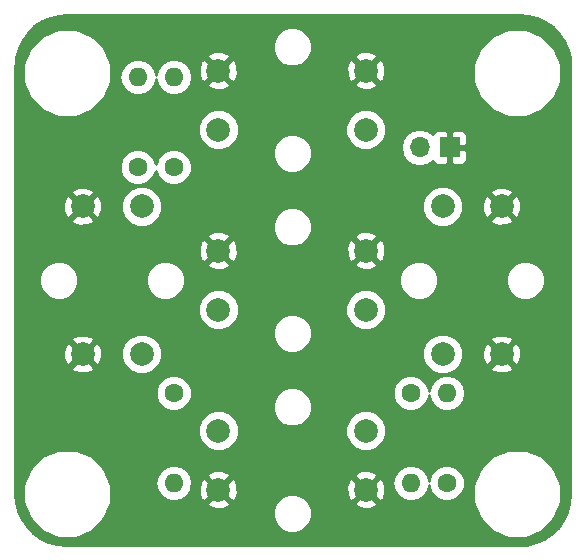
<source format=gbr>
G04 #@! TF.GenerationSoftware,KiCad,Pcbnew,(5.0.0-3-g5ebb6b6)*
G04 #@! TF.CreationDate,2018-08-14T19:07:29+02:00*
G04 #@! TF.ProjectId,TecladoEB,5465636C61646F45422E6B696361645F,rev?*
G04 #@! TF.SameCoordinates,Original*
G04 #@! TF.FileFunction,Copper,L1,Top,Signal*
G04 #@! TF.FilePolarity,Positive*
%FSLAX46Y46*%
G04 Gerber Fmt 4.6, Leading zero omitted, Abs format (unit mm)*
G04 Created by KiCad (PCBNEW (5.0.0-3-g5ebb6b6)) date Tuesday, 14 August 2018 at 19:07:29*
%MOMM*%
%LPD*%
G01*
G04 APERTURE LIST*
G04 #@! TA.AperFunction,ComponentPad*
%ADD10C,2.000000*%
G04 #@! TD*
G04 #@! TA.AperFunction,ComponentPad*
%ADD11C,1.600000*%
G04 #@! TD*
G04 #@! TA.AperFunction,ComponentPad*
%ADD12O,1.600000X1.600000*%
G04 #@! TD*
G04 #@! TA.AperFunction,ComponentPad*
%ADD13R,1.700000X1.700000*%
G04 #@! TD*
G04 #@! TA.AperFunction,ComponentPad*
%ADD14O,1.700000X1.700000*%
G04 #@! TD*
G04 #@! TA.AperFunction,Conductor*
%ADD15C,0.254000*%
G04 #@! TD*
G04 APERTURE END LIST*
D10*
G04 #@! TO.P,S1,4*
G04 #@! TO.N,GND*
X117880000Y-105410000D03*
G04 #@! TO.P,S1,3*
X130380000Y-105410000D03*
G04 #@! TO.P,S1,2*
G04 #@! TO.N,Net-(R1-Pad1)*
X117880000Y-110410000D03*
G04 #@! TO.P,S1,1*
X130380000Y-110410000D03*
G04 #@! TD*
G04 #@! TO.P,S2,4*
G04 #@! TO.N,GND*
X106390000Y-129400000D03*
G04 #@! TO.P,S2,3*
X106390000Y-116900000D03*
G04 #@! TO.P,S2,2*
G04 #@! TO.N,Net-(R2-Pad1)*
X111390000Y-129400000D03*
G04 #@! TO.P,S2,1*
X111390000Y-116900000D03*
G04 #@! TD*
G04 #@! TO.P,S3,4*
G04 #@! TO.N,GND*
X130380000Y-140890000D03*
G04 #@! TO.P,S3,3*
X117880000Y-140890000D03*
G04 #@! TO.P,S3,2*
G04 #@! TO.N,Net-(R3-Pad1)*
X130380000Y-135890000D03*
G04 #@! TO.P,S3,1*
X117880000Y-135890000D03*
G04 #@! TD*
G04 #@! TO.P,S4,4*
G04 #@! TO.N,GND*
X141870000Y-116900000D03*
G04 #@! TO.P,S4,3*
X141870000Y-129400000D03*
G04 #@! TO.P,S4,2*
G04 #@! TO.N,Net-(R4-Pad1)*
X136870000Y-116900000D03*
G04 #@! TO.P,S4,1*
X136870000Y-129400000D03*
G04 #@! TD*
G04 #@! TO.P,S5,4*
G04 #@! TO.N,GND*
X117880000Y-120650000D03*
G04 #@! TO.P,S5,3*
X130380000Y-120650000D03*
G04 #@! TO.P,S5,2*
G04 #@! TO.N,Net-(R5-Pad1)*
X117880000Y-125650000D03*
G04 #@! TO.P,S5,1*
X130380000Y-125650000D03*
G04 #@! TD*
D11*
G04 #@! TO.P,R1,1*
G04 #@! TO.N,Net-(R1-Pad1)*
X114097000Y-113589000D03*
D12*
G04 #@! TO.P,R1,2*
G04 #@! TO.N,Net-(J1-Pad2)*
X114097000Y-105969000D03*
G04 #@! TD*
D11*
G04 #@! TO.P,R2,1*
G04 #@! TO.N,Net-(R2-Pad1)*
X111049000Y-113589000D03*
D12*
G04 #@! TO.P,R2,2*
G04 #@! TO.N,Net-(R1-Pad1)*
X111049000Y-105969000D03*
G04 #@! TD*
G04 #@! TO.P,R3,2*
G04 #@! TO.N,Net-(R2-Pad1)*
X114097000Y-140331000D03*
D11*
G04 #@! TO.P,R3,1*
G04 #@! TO.N,Net-(R3-Pad1)*
X114097000Y-132711000D03*
G04 #@! TD*
G04 #@! TO.P,R4,1*
G04 #@! TO.N,Net-(R4-Pad1)*
X137211000Y-140331000D03*
D12*
G04 #@! TO.P,R4,2*
G04 #@! TO.N,Net-(R3-Pad1)*
X137211000Y-132711000D03*
G04 #@! TD*
G04 #@! TO.P,R5,2*
G04 #@! TO.N,Net-(R4-Pad1)*
X134163000Y-140331000D03*
D11*
G04 #@! TO.P,R5,1*
G04 #@! TO.N,Net-(R5-Pad1)*
X134163000Y-132711000D03*
G04 #@! TD*
D13*
G04 #@! TO.P,J1,1*
G04 #@! TO.N,GND*
X137465000Y-111908400D03*
D14*
G04 #@! TO.P,J1,2*
G04 #@! TO.N,Net-(J1-Pad2)*
X134925000Y-111908400D03*
G04 #@! TD*
D15*
G04 #@! TO.N,GND*
G36*
X144146192Y-100780578D02*
X144881389Y-100981705D01*
X145569351Y-101309846D01*
X146188331Y-101754628D01*
X146718761Y-102301988D01*
X147143884Y-102934639D01*
X147450251Y-103632561D01*
X147629499Y-104379183D01*
X147677000Y-105026030D01*
X147677001Y-141264570D01*
X147606362Y-142056066D01*
X147405056Y-142791919D01*
X147076626Y-143480485D01*
X146631451Y-144100011D01*
X146083600Y-144630916D01*
X145450393Y-145056413D01*
X144751849Y-145363053D01*
X144004574Y-145542458D01*
X143357169Y-145590000D01*
X105010018Y-145590000D01*
X104222930Y-145519754D01*
X103491337Y-145319613D01*
X102806743Y-144993079D01*
X102190805Y-144550482D01*
X101662970Y-144005801D01*
X101239934Y-143376256D01*
X100935068Y-142681752D01*
X100756693Y-141938766D01*
X100710000Y-141302925D01*
X100710000Y-140478654D01*
X101353000Y-140478654D01*
X101353000Y-141961346D01*
X101920402Y-143331176D01*
X102968824Y-144379598D01*
X104338654Y-144947000D01*
X105821346Y-144947000D01*
X107191176Y-144379598D01*
X108239598Y-143331176D01*
X108558450Y-142561397D01*
X122478000Y-142561397D01*
X122478000Y-143218603D01*
X122729502Y-143825783D01*
X123194217Y-144290498D01*
X123801397Y-144542000D01*
X124458603Y-144542000D01*
X125065783Y-144290498D01*
X125530498Y-143825783D01*
X125782000Y-143218603D01*
X125782000Y-142561397D01*
X125567080Y-142042532D01*
X129407073Y-142042532D01*
X129505736Y-142309387D01*
X130115461Y-142535908D01*
X130765460Y-142511856D01*
X131254264Y-142309387D01*
X131352927Y-142042532D01*
X130380000Y-141069605D01*
X129407073Y-142042532D01*
X125567080Y-142042532D01*
X125530498Y-141954217D01*
X125065783Y-141489502D01*
X124458603Y-141238000D01*
X123801397Y-141238000D01*
X123194217Y-141489502D01*
X122729502Y-141954217D01*
X122478000Y-142561397D01*
X108558450Y-142561397D01*
X108773371Y-142042532D01*
X116907073Y-142042532D01*
X117005736Y-142309387D01*
X117615461Y-142535908D01*
X118265460Y-142511856D01*
X118754264Y-142309387D01*
X118852927Y-142042532D01*
X117880000Y-141069605D01*
X116907073Y-142042532D01*
X108773371Y-142042532D01*
X108807000Y-141961346D01*
X108807000Y-140478654D01*
X108745840Y-140331000D01*
X112540085Y-140331000D01*
X112658598Y-140926806D01*
X112996095Y-141431905D01*
X113501194Y-141769402D01*
X113946607Y-141858000D01*
X114247393Y-141858000D01*
X114692806Y-141769402D01*
X115197905Y-141431905D01*
X115535402Y-140926806D01*
X115595343Y-140625461D01*
X116234092Y-140625461D01*
X116258144Y-141275460D01*
X116460613Y-141764264D01*
X116727468Y-141862927D01*
X117700395Y-140890000D01*
X118059605Y-140890000D01*
X119032532Y-141862927D01*
X119299387Y-141764264D01*
X119525908Y-141154539D01*
X119506331Y-140625461D01*
X128734092Y-140625461D01*
X128758144Y-141275460D01*
X128960613Y-141764264D01*
X129227468Y-141862927D01*
X130200395Y-140890000D01*
X130559605Y-140890000D01*
X131532532Y-141862927D01*
X131799387Y-141764264D01*
X132025908Y-141154539D01*
X132001856Y-140504540D01*
X131929974Y-140331000D01*
X132606085Y-140331000D01*
X132724598Y-140926806D01*
X133062095Y-141431905D01*
X133567194Y-141769402D01*
X134012607Y-141858000D01*
X134313393Y-141858000D01*
X134758806Y-141769402D01*
X135263905Y-141431905D01*
X135601402Y-140926806D01*
X135684000Y-140511557D01*
X135684000Y-140634739D01*
X135916472Y-141195976D01*
X136346024Y-141625528D01*
X136907261Y-141858000D01*
X137514739Y-141858000D01*
X138075976Y-141625528D01*
X138505528Y-141195976D01*
X138738000Y-140634739D01*
X138738000Y-140478654D01*
X139453000Y-140478654D01*
X139453000Y-141961346D01*
X140020402Y-143331176D01*
X141068824Y-144379598D01*
X142438654Y-144947000D01*
X143921346Y-144947000D01*
X145291176Y-144379598D01*
X146339598Y-143331176D01*
X146907000Y-141961346D01*
X146907000Y-140478654D01*
X146339598Y-139108824D01*
X145291176Y-138060402D01*
X143921346Y-137493000D01*
X142438654Y-137493000D01*
X141068824Y-138060402D01*
X140020402Y-139108824D01*
X139453000Y-140478654D01*
X138738000Y-140478654D01*
X138738000Y-140027261D01*
X138505528Y-139466024D01*
X138075976Y-139036472D01*
X137514739Y-138804000D01*
X136907261Y-138804000D01*
X136346024Y-139036472D01*
X135916472Y-139466024D01*
X135684000Y-140027261D01*
X135684000Y-140150443D01*
X135601402Y-139735194D01*
X135263905Y-139230095D01*
X134758806Y-138892598D01*
X134313393Y-138804000D01*
X134012607Y-138804000D01*
X133567194Y-138892598D01*
X133062095Y-139230095D01*
X132724598Y-139735194D01*
X132606085Y-140331000D01*
X131929974Y-140331000D01*
X131799387Y-140015736D01*
X131532532Y-139917073D01*
X130559605Y-140890000D01*
X130200395Y-140890000D01*
X129227468Y-139917073D01*
X128960613Y-140015736D01*
X128734092Y-140625461D01*
X119506331Y-140625461D01*
X119501856Y-140504540D01*
X119299387Y-140015736D01*
X119032532Y-139917073D01*
X118059605Y-140890000D01*
X117700395Y-140890000D01*
X116727468Y-139917073D01*
X116460613Y-140015736D01*
X116234092Y-140625461D01*
X115595343Y-140625461D01*
X115653915Y-140331000D01*
X115535855Y-139737468D01*
X116907073Y-139737468D01*
X117880000Y-140710395D01*
X118852927Y-139737468D01*
X129407073Y-139737468D01*
X130380000Y-140710395D01*
X131352927Y-139737468D01*
X131254264Y-139470613D01*
X130644539Y-139244092D01*
X129994540Y-139268144D01*
X129505736Y-139470613D01*
X129407073Y-139737468D01*
X118852927Y-139737468D01*
X118754264Y-139470613D01*
X118144539Y-139244092D01*
X117494540Y-139268144D01*
X117005736Y-139470613D01*
X116907073Y-139737468D01*
X115535855Y-139737468D01*
X115535402Y-139735194D01*
X115197905Y-139230095D01*
X114692806Y-138892598D01*
X114247393Y-138804000D01*
X113946607Y-138804000D01*
X113501194Y-138892598D01*
X112996095Y-139230095D01*
X112658598Y-139735194D01*
X112540085Y-140331000D01*
X108745840Y-140331000D01*
X108239598Y-139108824D01*
X107191176Y-138060402D01*
X105821346Y-137493000D01*
X104338654Y-137493000D01*
X102968824Y-138060402D01*
X101920402Y-139108824D01*
X101353000Y-140478654D01*
X100710000Y-140478654D01*
X100710000Y-135546478D01*
X116153000Y-135546478D01*
X116153000Y-136233522D01*
X116415920Y-136868267D01*
X116901733Y-137354080D01*
X117536478Y-137617000D01*
X118223522Y-137617000D01*
X118858267Y-137354080D01*
X119344080Y-136868267D01*
X119607000Y-136233522D01*
X119607000Y-135546478D01*
X128653000Y-135546478D01*
X128653000Y-136233522D01*
X128915920Y-136868267D01*
X129401733Y-137354080D01*
X130036478Y-137617000D01*
X130723522Y-137617000D01*
X131358267Y-137354080D01*
X131844080Y-136868267D01*
X132107000Y-136233522D01*
X132107000Y-135546478D01*
X131844080Y-134911733D01*
X131358267Y-134425920D01*
X130723522Y-134163000D01*
X130036478Y-134163000D01*
X129401733Y-134425920D01*
X128915920Y-134911733D01*
X128653000Y-135546478D01*
X119607000Y-135546478D01*
X119344080Y-134911733D01*
X118858267Y-134425920D01*
X118223522Y-134163000D01*
X117536478Y-134163000D01*
X116901733Y-134425920D01*
X116415920Y-134911733D01*
X116153000Y-135546478D01*
X100710000Y-135546478D01*
X100710000Y-132407261D01*
X112570000Y-132407261D01*
X112570000Y-133014739D01*
X112802472Y-133575976D01*
X113232024Y-134005528D01*
X113793261Y-134238000D01*
X114400739Y-134238000D01*
X114961976Y-134005528D01*
X115391528Y-133575976D01*
X115397566Y-133561397D01*
X122478000Y-133561397D01*
X122478000Y-134218603D01*
X122729502Y-134825783D01*
X123194217Y-135290498D01*
X123801397Y-135542000D01*
X124458603Y-135542000D01*
X125065783Y-135290498D01*
X125530498Y-134825783D01*
X125782000Y-134218603D01*
X125782000Y-133561397D01*
X125530498Y-132954217D01*
X125065783Y-132489502D01*
X124867236Y-132407261D01*
X132636000Y-132407261D01*
X132636000Y-133014739D01*
X132868472Y-133575976D01*
X133298024Y-134005528D01*
X133859261Y-134238000D01*
X134466739Y-134238000D01*
X135027976Y-134005528D01*
X135457528Y-133575976D01*
X135690000Y-133014739D01*
X135690000Y-132891557D01*
X135772598Y-133306806D01*
X136110095Y-133811905D01*
X136615194Y-134149402D01*
X137060607Y-134238000D01*
X137361393Y-134238000D01*
X137806806Y-134149402D01*
X138311905Y-133811905D01*
X138649402Y-133306806D01*
X138767915Y-132711000D01*
X138649402Y-132115194D01*
X138311905Y-131610095D01*
X137806806Y-131272598D01*
X137361393Y-131184000D01*
X137060607Y-131184000D01*
X136615194Y-131272598D01*
X136110095Y-131610095D01*
X135772598Y-132115194D01*
X135690000Y-132530443D01*
X135690000Y-132407261D01*
X135457528Y-131846024D01*
X135027976Y-131416472D01*
X134466739Y-131184000D01*
X133859261Y-131184000D01*
X133298024Y-131416472D01*
X132868472Y-131846024D01*
X132636000Y-132407261D01*
X124867236Y-132407261D01*
X124458603Y-132238000D01*
X123801397Y-132238000D01*
X123194217Y-132489502D01*
X122729502Y-132954217D01*
X122478000Y-133561397D01*
X115397566Y-133561397D01*
X115624000Y-133014739D01*
X115624000Y-132407261D01*
X115391528Y-131846024D01*
X114961976Y-131416472D01*
X114400739Y-131184000D01*
X113793261Y-131184000D01*
X113232024Y-131416472D01*
X112802472Y-131846024D01*
X112570000Y-132407261D01*
X100710000Y-132407261D01*
X100710000Y-130552532D01*
X105417073Y-130552532D01*
X105515736Y-130819387D01*
X106125461Y-131045908D01*
X106775460Y-131021856D01*
X107264264Y-130819387D01*
X107362927Y-130552532D01*
X106390000Y-129579605D01*
X105417073Y-130552532D01*
X100710000Y-130552532D01*
X100710000Y-129135461D01*
X104744092Y-129135461D01*
X104768144Y-129785460D01*
X104970613Y-130274264D01*
X105237468Y-130372927D01*
X106210395Y-129400000D01*
X106569605Y-129400000D01*
X107542532Y-130372927D01*
X107809387Y-130274264D01*
X108035908Y-129664539D01*
X108013408Y-129056478D01*
X109663000Y-129056478D01*
X109663000Y-129743522D01*
X109925920Y-130378267D01*
X110411733Y-130864080D01*
X111046478Y-131127000D01*
X111733522Y-131127000D01*
X112368267Y-130864080D01*
X112854080Y-130378267D01*
X113117000Y-129743522D01*
X113117000Y-129056478D01*
X112854080Y-128421733D01*
X112368267Y-127935920D01*
X111733522Y-127673000D01*
X111046478Y-127673000D01*
X110411733Y-127935920D01*
X109925920Y-128421733D01*
X109663000Y-129056478D01*
X108013408Y-129056478D01*
X108011856Y-129014540D01*
X107809387Y-128525736D01*
X107542532Y-128427073D01*
X106569605Y-129400000D01*
X106210395Y-129400000D01*
X105237468Y-128427073D01*
X104970613Y-128525736D01*
X104744092Y-129135461D01*
X100710000Y-129135461D01*
X100710000Y-128247468D01*
X105417073Y-128247468D01*
X106390000Y-129220395D01*
X107362927Y-128247468D01*
X107264264Y-127980613D01*
X106654539Y-127754092D01*
X106004540Y-127778144D01*
X105515736Y-127980613D01*
X105417073Y-128247468D01*
X100710000Y-128247468D01*
X100710000Y-125306478D01*
X116153000Y-125306478D01*
X116153000Y-125993522D01*
X116415920Y-126628267D01*
X116901733Y-127114080D01*
X117536478Y-127377000D01*
X118223522Y-127377000D01*
X118357759Y-127321397D01*
X122478000Y-127321397D01*
X122478000Y-127978603D01*
X122729502Y-128585783D01*
X123194217Y-129050498D01*
X123801397Y-129302000D01*
X124458603Y-129302000D01*
X125051345Y-129056478D01*
X135143000Y-129056478D01*
X135143000Y-129743522D01*
X135405920Y-130378267D01*
X135891733Y-130864080D01*
X136526478Y-131127000D01*
X137213522Y-131127000D01*
X137848267Y-130864080D01*
X138159815Y-130552532D01*
X140897073Y-130552532D01*
X140995736Y-130819387D01*
X141605461Y-131045908D01*
X142255460Y-131021856D01*
X142744264Y-130819387D01*
X142842927Y-130552532D01*
X141870000Y-129579605D01*
X140897073Y-130552532D01*
X138159815Y-130552532D01*
X138334080Y-130378267D01*
X138597000Y-129743522D01*
X138597000Y-129135461D01*
X140224092Y-129135461D01*
X140248144Y-129785460D01*
X140450613Y-130274264D01*
X140717468Y-130372927D01*
X141690395Y-129400000D01*
X142049605Y-129400000D01*
X143022532Y-130372927D01*
X143289387Y-130274264D01*
X143515908Y-129664539D01*
X143491856Y-129014540D01*
X143289387Y-128525736D01*
X143022532Y-128427073D01*
X142049605Y-129400000D01*
X141690395Y-129400000D01*
X140717468Y-128427073D01*
X140450613Y-128525736D01*
X140224092Y-129135461D01*
X138597000Y-129135461D01*
X138597000Y-129056478D01*
X138334080Y-128421733D01*
X138159815Y-128247468D01*
X140897073Y-128247468D01*
X141870000Y-129220395D01*
X142842927Y-128247468D01*
X142744264Y-127980613D01*
X142134539Y-127754092D01*
X141484540Y-127778144D01*
X140995736Y-127980613D01*
X140897073Y-128247468D01*
X138159815Y-128247468D01*
X137848267Y-127935920D01*
X137213522Y-127673000D01*
X136526478Y-127673000D01*
X135891733Y-127935920D01*
X135405920Y-128421733D01*
X135143000Y-129056478D01*
X125051345Y-129056478D01*
X125065783Y-129050498D01*
X125530498Y-128585783D01*
X125782000Y-127978603D01*
X125782000Y-127321397D01*
X125530498Y-126714217D01*
X125065783Y-126249502D01*
X124458603Y-125998000D01*
X123801397Y-125998000D01*
X123194217Y-126249502D01*
X122729502Y-126714217D01*
X122478000Y-127321397D01*
X118357759Y-127321397D01*
X118858267Y-127114080D01*
X119344080Y-126628267D01*
X119607000Y-125993522D01*
X119607000Y-125306478D01*
X128653000Y-125306478D01*
X128653000Y-125993522D01*
X128915920Y-126628267D01*
X129401733Y-127114080D01*
X130036478Y-127377000D01*
X130723522Y-127377000D01*
X131358267Y-127114080D01*
X131844080Y-126628267D01*
X132107000Y-125993522D01*
X132107000Y-125306478D01*
X131844080Y-124671733D01*
X131358267Y-124185920D01*
X130723522Y-123923000D01*
X130036478Y-123923000D01*
X129401733Y-124185920D01*
X128915920Y-124671733D01*
X128653000Y-125306478D01*
X119607000Y-125306478D01*
X119344080Y-124671733D01*
X118858267Y-124185920D01*
X118223522Y-123923000D01*
X117536478Y-123923000D01*
X116901733Y-124185920D01*
X116415920Y-124671733D01*
X116153000Y-125306478D01*
X100710000Y-125306478D01*
X100710000Y-122821397D01*
X102738000Y-122821397D01*
X102738000Y-123478603D01*
X102989502Y-124085783D01*
X103454217Y-124550498D01*
X104061397Y-124802000D01*
X104718603Y-124802000D01*
X105325783Y-124550498D01*
X105790498Y-124085783D01*
X106042000Y-123478603D01*
X106042000Y-122821397D01*
X111738000Y-122821397D01*
X111738000Y-123478603D01*
X111989502Y-124085783D01*
X112454217Y-124550498D01*
X113061397Y-124802000D01*
X113718603Y-124802000D01*
X114325783Y-124550498D01*
X114790498Y-124085783D01*
X115042000Y-123478603D01*
X115042000Y-122821397D01*
X133218000Y-122821397D01*
X133218000Y-123478603D01*
X133469502Y-124085783D01*
X133934217Y-124550498D01*
X134541397Y-124802000D01*
X135198603Y-124802000D01*
X135805783Y-124550498D01*
X136270498Y-124085783D01*
X136522000Y-123478603D01*
X136522000Y-122821397D01*
X142218000Y-122821397D01*
X142218000Y-123478603D01*
X142469502Y-124085783D01*
X142934217Y-124550498D01*
X143541397Y-124802000D01*
X144198603Y-124802000D01*
X144805783Y-124550498D01*
X145270498Y-124085783D01*
X145522000Y-123478603D01*
X145522000Y-122821397D01*
X145270498Y-122214217D01*
X144805783Y-121749502D01*
X144198603Y-121498000D01*
X143541397Y-121498000D01*
X142934217Y-121749502D01*
X142469502Y-122214217D01*
X142218000Y-122821397D01*
X136522000Y-122821397D01*
X136270498Y-122214217D01*
X135805783Y-121749502D01*
X135198603Y-121498000D01*
X134541397Y-121498000D01*
X133934217Y-121749502D01*
X133469502Y-122214217D01*
X133218000Y-122821397D01*
X115042000Y-122821397D01*
X114790498Y-122214217D01*
X114378813Y-121802532D01*
X116907073Y-121802532D01*
X117005736Y-122069387D01*
X117615461Y-122295908D01*
X118265460Y-122271856D01*
X118754264Y-122069387D01*
X118852927Y-121802532D01*
X129407073Y-121802532D01*
X129505736Y-122069387D01*
X130115461Y-122295908D01*
X130765460Y-122271856D01*
X131254264Y-122069387D01*
X131352927Y-121802532D01*
X130380000Y-120829605D01*
X129407073Y-121802532D01*
X118852927Y-121802532D01*
X117880000Y-120829605D01*
X116907073Y-121802532D01*
X114378813Y-121802532D01*
X114325783Y-121749502D01*
X113718603Y-121498000D01*
X113061397Y-121498000D01*
X112454217Y-121749502D01*
X111989502Y-122214217D01*
X111738000Y-122821397D01*
X106042000Y-122821397D01*
X105790498Y-122214217D01*
X105325783Y-121749502D01*
X104718603Y-121498000D01*
X104061397Y-121498000D01*
X103454217Y-121749502D01*
X102989502Y-122214217D01*
X102738000Y-122821397D01*
X100710000Y-122821397D01*
X100710000Y-120385461D01*
X116234092Y-120385461D01*
X116258144Y-121035460D01*
X116460613Y-121524264D01*
X116727468Y-121622927D01*
X117700395Y-120650000D01*
X118059605Y-120650000D01*
X119032532Y-121622927D01*
X119299387Y-121524264D01*
X119525908Y-120914539D01*
X119506331Y-120385461D01*
X128734092Y-120385461D01*
X128758144Y-121035460D01*
X128960613Y-121524264D01*
X129227468Y-121622927D01*
X130200395Y-120650000D01*
X130559605Y-120650000D01*
X131532532Y-121622927D01*
X131799387Y-121524264D01*
X132025908Y-120914539D01*
X132001856Y-120264540D01*
X131799387Y-119775736D01*
X131532532Y-119677073D01*
X130559605Y-120650000D01*
X130200395Y-120650000D01*
X129227468Y-119677073D01*
X128960613Y-119775736D01*
X128734092Y-120385461D01*
X119506331Y-120385461D01*
X119501856Y-120264540D01*
X119299387Y-119775736D01*
X119032532Y-119677073D01*
X118059605Y-120650000D01*
X117700395Y-120650000D01*
X116727468Y-119677073D01*
X116460613Y-119775736D01*
X116234092Y-120385461D01*
X100710000Y-120385461D01*
X100710000Y-119497468D01*
X116907073Y-119497468D01*
X117880000Y-120470395D01*
X118852927Y-119497468D01*
X118754264Y-119230613D01*
X118144539Y-119004092D01*
X117494540Y-119028144D01*
X117005736Y-119230613D01*
X116907073Y-119497468D01*
X100710000Y-119497468D01*
X100710000Y-118052532D01*
X105417073Y-118052532D01*
X105515736Y-118319387D01*
X106125461Y-118545908D01*
X106775460Y-118521856D01*
X107264264Y-118319387D01*
X107362927Y-118052532D01*
X106390000Y-117079605D01*
X105417073Y-118052532D01*
X100710000Y-118052532D01*
X100710000Y-116635461D01*
X104744092Y-116635461D01*
X104768144Y-117285460D01*
X104970613Y-117774264D01*
X105237468Y-117872927D01*
X106210395Y-116900000D01*
X106569605Y-116900000D01*
X107542532Y-117872927D01*
X107809387Y-117774264D01*
X108035908Y-117164539D01*
X108013408Y-116556478D01*
X109663000Y-116556478D01*
X109663000Y-117243522D01*
X109925920Y-117878267D01*
X110411733Y-118364080D01*
X111046478Y-118627000D01*
X111733522Y-118627000D01*
X112368267Y-118364080D01*
X112410950Y-118321397D01*
X122478000Y-118321397D01*
X122478000Y-118978603D01*
X122729502Y-119585783D01*
X123194217Y-120050498D01*
X123801397Y-120302000D01*
X124458603Y-120302000D01*
X125065783Y-120050498D01*
X125530498Y-119585783D01*
X125567079Y-119497468D01*
X129407073Y-119497468D01*
X130380000Y-120470395D01*
X131352927Y-119497468D01*
X131254264Y-119230613D01*
X130644539Y-119004092D01*
X129994540Y-119028144D01*
X129505736Y-119230613D01*
X129407073Y-119497468D01*
X125567079Y-119497468D01*
X125782000Y-118978603D01*
X125782000Y-118321397D01*
X125530498Y-117714217D01*
X125065783Y-117249502D01*
X124458603Y-116998000D01*
X123801397Y-116998000D01*
X123194217Y-117249502D01*
X122729502Y-117714217D01*
X122478000Y-118321397D01*
X112410950Y-118321397D01*
X112854080Y-117878267D01*
X113117000Y-117243522D01*
X113117000Y-116556478D01*
X135143000Y-116556478D01*
X135143000Y-117243522D01*
X135405920Y-117878267D01*
X135891733Y-118364080D01*
X136526478Y-118627000D01*
X137213522Y-118627000D01*
X137848267Y-118364080D01*
X138159815Y-118052532D01*
X140897073Y-118052532D01*
X140995736Y-118319387D01*
X141605461Y-118545908D01*
X142255460Y-118521856D01*
X142744264Y-118319387D01*
X142842927Y-118052532D01*
X141870000Y-117079605D01*
X140897073Y-118052532D01*
X138159815Y-118052532D01*
X138334080Y-117878267D01*
X138597000Y-117243522D01*
X138597000Y-116635461D01*
X140224092Y-116635461D01*
X140248144Y-117285460D01*
X140450613Y-117774264D01*
X140717468Y-117872927D01*
X141690395Y-116900000D01*
X142049605Y-116900000D01*
X143022532Y-117872927D01*
X143289387Y-117774264D01*
X143515908Y-117164539D01*
X143491856Y-116514540D01*
X143289387Y-116025736D01*
X143022532Y-115927073D01*
X142049605Y-116900000D01*
X141690395Y-116900000D01*
X140717468Y-115927073D01*
X140450613Y-116025736D01*
X140224092Y-116635461D01*
X138597000Y-116635461D01*
X138597000Y-116556478D01*
X138334080Y-115921733D01*
X138159815Y-115747468D01*
X140897073Y-115747468D01*
X141870000Y-116720395D01*
X142842927Y-115747468D01*
X142744264Y-115480613D01*
X142134539Y-115254092D01*
X141484540Y-115278144D01*
X140995736Y-115480613D01*
X140897073Y-115747468D01*
X138159815Y-115747468D01*
X137848267Y-115435920D01*
X137213522Y-115173000D01*
X136526478Y-115173000D01*
X135891733Y-115435920D01*
X135405920Y-115921733D01*
X135143000Y-116556478D01*
X113117000Y-116556478D01*
X112854080Y-115921733D01*
X112368267Y-115435920D01*
X111733522Y-115173000D01*
X111046478Y-115173000D01*
X110411733Y-115435920D01*
X109925920Y-115921733D01*
X109663000Y-116556478D01*
X108013408Y-116556478D01*
X108011856Y-116514540D01*
X107809387Y-116025736D01*
X107542532Y-115927073D01*
X106569605Y-116900000D01*
X106210395Y-116900000D01*
X105237468Y-115927073D01*
X104970613Y-116025736D01*
X104744092Y-116635461D01*
X100710000Y-116635461D01*
X100710000Y-115747468D01*
X105417073Y-115747468D01*
X106390000Y-116720395D01*
X107362927Y-115747468D01*
X107264264Y-115480613D01*
X106654539Y-115254092D01*
X106004540Y-115278144D01*
X105515736Y-115480613D01*
X105417073Y-115747468D01*
X100710000Y-115747468D01*
X100710000Y-113285261D01*
X109522000Y-113285261D01*
X109522000Y-113892739D01*
X109754472Y-114453976D01*
X110184024Y-114883528D01*
X110745261Y-115116000D01*
X111352739Y-115116000D01*
X111913976Y-114883528D01*
X112343528Y-114453976D01*
X112573000Y-113899982D01*
X112802472Y-114453976D01*
X113232024Y-114883528D01*
X113793261Y-115116000D01*
X114400739Y-115116000D01*
X114961976Y-114883528D01*
X115391528Y-114453976D01*
X115624000Y-113892739D01*
X115624000Y-113285261D01*
X115391528Y-112724024D01*
X114961976Y-112294472D01*
X114400739Y-112062000D01*
X113793261Y-112062000D01*
X113232024Y-112294472D01*
X112802472Y-112724024D01*
X112573000Y-113278018D01*
X112343528Y-112724024D01*
X111913976Y-112294472D01*
X111352739Y-112062000D01*
X110745261Y-112062000D01*
X110184024Y-112294472D01*
X109754472Y-112724024D01*
X109522000Y-113285261D01*
X100710000Y-113285261D01*
X100710000Y-110066478D01*
X116153000Y-110066478D01*
X116153000Y-110753522D01*
X116415920Y-111388267D01*
X116901733Y-111874080D01*
X117536478Y-112137000D01*
X118223522Y-112137000D01*
X118357759Y-112081397D01*
X122478000Y-112081397D01*
X122478000Y-112738603D01*
X122729502Y-113345783D01*
X123194217Y-113810498D01*
X123801397Y-114062000D01*
X124458603Y-114062000D01*
X125065783Y-113810498D01*
X125530498Y-113345783D01*
X125782000Y-112738603D01*
X125782000Y-112081397D01*
X125530498Y-111474217D01*
X125065783Y-111009502D01*
X124458603Y-110758000D01*
X123801397Y-110758000D01*
X123194217Y-111009502D01*
X122729502Y-111474217D01*
X122478000Y-112081397D01*
X118357759Y-112081397D01*
X118858267Y-111874080D01*
X119344080Y-111388267D01*
X119607000Y-110753522D01*
X119607000Y-110066478D01*
X128653000Y-110066478D01*
X128653000Y-110753522D01*
X128915920Y-111388267D01*
X129401733Y-111874080D01*
X130036478Y-112137000D01*
X130723522Y-112137000D01*
X131275411Y-111908400D01*
X133317105Y-111908400D01*
X133439499Y-112523715D01*
X133788047Y-113045353D01*
X134309685Y-113393901D01*
X134769681Y-113485400D01*
X135080319Y-113485400D01*
X135540315Y-113393901D01*
X136049882Y-113053419D01*
X136076673Y-113118098D01*
X136255301Y-113296727D01*
X136488690Y-113393400D01*
X137179250Y-113393400D01*
X137338000Y-113234650D01*
X137338000Y-112035400D01*
X137592000Y-112035400D01*
X137592000Y-113234650D01*
X137750750Y-113393400D01*
X138441310Y-113393400D01*
X138674699Y-113296727D01*
X138853327Y-113118098D01*
X138950000Y-112884709D01*
X138950000Y-112194150D01*
X138791250Y-112035400D01*
X137592000Y-112035400D01*
X137338000Y-112035400D01*
X137318000Y-112035400D01*
X137318000Y-111781400D01*
X137338000Y-111781400D01*
X137338000Y-110582150D01*
X137592000Y-110582150D01*
X137592000Y-111781400D01*
X138791250Y-111781400D01*
X138950000Y-111622650D01*
X138950000Y-110932091D01*
X138853327Y-110698702D01*
X138674699Y-110520073D01*
X138441310Y-110423400D01*
X137750750Y-110423400D01*
X137592000Y-110582150D01*
X137338000Y-110582150D01*
X137179250Y-110423400D01*
X136488690Y-110423400D01*
X136255301Y-110520073D01*
X136076673Y-110698702D01*
X136049882Y-110763381D01*
X135540315Y-110422899D01*
X135080319Y-110331400D01*
X134769681Y-110331400D01*
X134309685Y-110422899D01*
X133788047Y-110771447D01*
X133439499Y-111293085D01*
X133317105Y-111908400D01*
X131275411Y-111908400D01*
X131358267Y-111874080D01*
X131844080Y-111388267D01*
X132107000Y-110753522D01*
X132107000Y-110066478D01*
X131844080Y-109431733D01*
X131358267Y-108945920D01*
X130723522Y-108683000D01*
X130036478Y-108683000D01*
X129401733Y-108945920D01*
X128915920Y-109431733D01*
X128653000Y-110066478D01*
X119607000Y-110066478D01*
X119344080Y-109431733D01*
X118858267Y-108945920D01*
X118223522Y-108683000D01*
X117536478Y-108683000D01*
X116901733Y-108945920D01*
X116415920Y-109431733D01*
X116153000Y-110066478D01*
X100710000Y-110066478D01*
X100710000Y-105031218D01*
X100725400Y-104858654D01*
X101353000Y-104858654D01*
X101353000Y-106341346D01*
X101920402Y-107711176D01*
X102968824Y-108759598D01*
X104338654Y-109327000D01*
X105821346Y-109327000D01*
X107191176Y-108759598D01*
X108239598Y-107711176D01*
X108807000Y-106341346D01*
X108807000Y-105969000D01*
X109492085Y-105969000D01*
X109610598Y-106564806D01*
X109948095Y-107069905D01*
X110453194Y-107407402D01*
X110898607Y-107496000D01*
X111199393Y-107496000D01*
X111644806Y-107407402D01*
X112149905Y-107069905D01*
X112487402Y-106564806D01*
X112573000Y-106134475D01*
X112658598Y-106564806D01*
X112996095Y-107069905D01*
X113501194Y-107407402D01*
X113946607Y-107496000D01*
X114247393Y-107496000D01*
X114692806Y-107407402D01*
X115197905Y-107069905D01*
X115535402Y-106564806D01*
X115535854Y-106562532D01*
X116907073Y-106562532D01*
X117005736Y-106829387D01*
X117615461Y-107055908D01*
X118265460Y-107031856D01*
X118754264Y-106829387D01*
X118852927Y-106562532D01*
X129407073Y-106562532D01*
X129505736Y-106829387D01*
X130115461Y-107055908D01*
X130765460Y-107031856D01*
X131254264Y-106829387D01*
X131352927Y-106562532D01*
X130380000Y-105589605D01*
X129407073Y-106562532D01*
X118852927Y-106562532D01*
X117880000Y-105589605D01*
X116907073Y-106562532D01*
X115535854Y-106562532D01*
X115653915Y-105969000D01*
X115535402Y-105373194D01*
X115383236Y-105145461D01*
X116234092Y-105145461D01*
X116258144Y-105795460D01*
X116460613Y-106284264D01*
X116727468Y-106382927D01*
X117700395Y-105410000D01*
X118059605Y-105410000D01*
X119032532Y-106382927D01*
X119299387Y-106284264D01*
X119525908Y-105674539D01*
X119506331Y-105145461D01*
X128734092Y-105145461D01*
X128758144Y-105795460D01*
X128960613Y-106284264D01*
X129227468Y-106382927D01*
X130200395Y-105410000D01*
X130559605Y-105410000D01*
X131532532Y-106382927D01*
X131799387Y-106284264D01*
X132025908Y-105674539D01*
X132001856Y-105024540D01*
X131933144Y-104858654D01*
X139453000Y-104858654D01*
X139453000Y-106341346D01*
X140020402Y-107711176D01*
X141068824Y-108759598D01*
X142438654Y-109327000D01*
X143921346Y-109327000D01*
X145291176Y-108759598D01*
X146339598Y-107711176D01*
X146907000Y-106341346D01*
X146907000Y-104858654D01*
X146339598Y-103488824D01*
X145291176Y-102440402D01*
X143921346Y-101873000D01*
X142438654Y-101873000D01*
X141068824Y-102440402D01*
X140020402Y-103488824D01*
X139453000Y-104858654D01*
X131933144Y-104858654D01*
X131799387Y-104535736D01*
X131532532Y-104437073D01*
X130559605Y-105410000D01*
X130200395Y-105410000D01*
X129227468Y-104437073D01*
X128960613Y-104535736D01*
X128734092Y-105145461D01*
X119506331Y-105145461D01*
X119501856Y-105024540D01*
X119299387Y-104535736D01*
X119032532Y-104437073D01*
X118059605Y-105410000D01*
X117700395Y-105410000D01*
X116727468Y-104437073D01*
X116460613Y-104535736D01*
X116234092Y-105145461D01*
X115383236Y-105145461D01*
X115197905Y-104868095D01*
X114692806Y-104530598D01*
X114247393Y-104442000D01*
X113946607Y-104442000D01*
X113501194Y-104530598D01*
X112996095Y-104868095D01*
X112658598Y-105373194D01*
X112573000Y-105803525D01*
X112487402Y-105373194D01*
X112149905Y-104868095D01*
X111644806Y-104530598D01*
X111199393Y-104442000D01*
X110898607Y-104442000D01*
X110453194Y-104530598D01*
X109948095Y-104868095D01*
X109610598Y-105373194D01*
X109492085Y-105969000D01*
X108807000Y-105969000D01*
X108807000Y-104858654D01*
X108557981Y-104257468D01*
X116907073Y-104257468D01*
X117880000Y-105230395D01*
X118852927Y-104257468D01*
X118754264Y-103990613D01*
X118144539Y-103764092D01*
X117494540Y-103788144D01*
X117005736Y-103990613D01*
X116907073Y-104257468D01*
X108557981Y-104257468D01*
X108239598Y-103488824D01*
X107832171Y-103081397D01*
X122478000Y-103081397D01*
X122478000Y-103738603D01*
X122729502Y-104345783D01*
X123194217Y-104810498D01*
X123801397Y-105062000D01*
X124458603Y-105062000D01*
X125065783Y-104810498D01*
X125530498Y-104345783D01*
X125567079Y-104257468D01*
X129407073Y-104257468D01*
X130380000Y-105230395D01*
X131352927Y-104257468D01*
X131254264Y-103990613D01*
X130644539Y-103764092D01*
X129994540Y-103788144D01*
X129505736Y-103990613D01*
X129407073Y-104257468D01*
X125567079Y-104257468D01*
X125782000Y-103738603D01*
X125782000Y-103081397D01*
X125530498Y-102474217D01*
X125065783Y-102009502D01*
X124458603Y-101758000D01*
X123801397Y-101758000D01*
X123194217Y-102009502D01*
X122729502Y-102474217D01*
X122478000Y-103081397D01*
X107832171Y-103081397D01*
X107191176Y-102440402D01*
X105821346Y-101873000D01*
X104338654Y-101873000D01*
X102968824Y-102440402D01*
X101920402Y-103488824D01*
X101353000Y-104858654D01*
X100725400Y-104858654D01*
X100780654Y-104239554D01*
X100982009Y-103503522D01*
X101310518Y-102814790D01*
X101755800Y-102195115D01*
X102303786Y-101664080D01*
X102937141Y-101238483D01*
X103635852Y-100931770D01*
X104383306Y-100752322D01*
X104959629Y-100710000D01*
X143355382Y-100710000D01*
X144146192Y-100780578D01*
X144146192Y-100780578D01*
G37*
X144146192Y-100780578D02*
X144881389Y-100981705D01*
X145569351Y-101309846D01*
X146188331Y-101754628D01*
X146718761Y-102301988D01*
X147143884Y-102934639D01*
X147450251Y-103632561D01*
X147629499Y-104379183D01*
X147677000Y-105026030D01*
X147677001Y-141264570D01*
X147606362Y-142056066D01*
X147405056Y-142791919D01*
X147076626Y-143480485D01*
X146631451Y-144100011D01*
X146083600Y-144630916D01*
X145450393Y-145056413D01*
X144751849Y-145363053D01*
X144004574Y-145542458D01*
X143357169Y-145590000D01*
X105010018Y-145590000D01*
X104222930Y-145519754D01*
X103491337Y-145319613D01*
X102806743Y-144993079D01*
X102190805Y-144550482D01*
X101662970Y-144005801D01*
X101239934Y-143376256D01*
X100935068Y-142681752D01*
X100756693Y-141938766D01*
X100710000Y-141302925D01*
X100710000Y-140478654D01*
X101353000Y-140478654D01*
X101353000Y-141961346D01*
X101920402Y-143331176D01*
X102968824Y-144379598D01*
X104338654Y-144947000D01*
X105821346Y-144947000D01*
X107191176Y-144379598D01*
X108239598Y-143331176D01*
X108558450Y-142561397D01*
X122478000Y-142561397D01*
X122478000Y-143218603D01*
X122729502Y-143825783D01*
X123194217Y-144290498D01*
X123801397Y-144542000D01*
X124458603Y-144542000D01*
X125065783Y-144290498D01*
X125530498Y-143825783D01*
X125782000Y-143218603D01*
X125782000Y-142561397D01*
X125567080Y-142042532D01*
X129407073Y-142042532D01*
X129505736Y-142309387D01*
X130115461Y-142535908D01*
X130765460Y-142511856D01*
X131254264Y-142309387D01*
X131352927Y-142042532D01*
X130380000Y-141069605D01*
X129407073Y-142042532D01*
X125567080Y-142042532D01*
X125530498Y-141954217D01*
X125065783Y-141489502D01*
X124458603Y-141238000D01*
X123801397Y-141238000D01*
X123194217Y-141489502D01*
X122729502Y-141954217D01*
X122478000Y-142561397D01*
X108558450Y-142561397D01*
X108773371Y-142042532D01*
X116907073Y-142042532D01*
X117005736Y-142309387D01*
X117615461Y-142535908D01*
X118265460Y-142511856D01*
X118754264Y-142309387D01*
X118852927Y-142042532D01*
X117880000Y-141069605D01*
X116907073Y-142042532D01*
X108773371Y-142042532D01*
X108807000Y-141961346D01*
X108807000Y-140478654D01*
X108745840Y-140331000D01*
X112540085Y-140331000D01*
X112658598Y-140926806D01*
X112996095Y-141431905D01*
X113501194Y-141769402D01*
X113946607Y-141858000D01*
X114247393Y-141858000D01*
X114692806Y-141769402D01*
X115197905Y-141431905D01*
X115535402Y-140926806D01*
X115595343Y-140625461D01*
X116234092Y-140625461D01*
X116258144Y-141275460D01*
X116460613Y-141764264D01*
X116727468Y-141862927D01*
X117700395Y-140890000D01*
X118059605Y-140890000D01*
X119032532Y-141862927D01*
X119299387Y-141764264D01*
X119525908Y-141154539D01*
X119506331Y-140625461D01*
X128734092Y-140625461D01*
X128758144Y-141275460D01*
X128960613Y-141764264D01*
X129227468Y-141862927D01*
X130200395Y-140890000D01*
X130559605Y-140890000D01*
X131532532Y-141862927D01*
X131799387Y-141764264D01*
X132025908Y-141154539D01*
X132001856Y-140504540D01*
X131929974Y-140331000D01*
X132606085Y-140331000D01*
X132724598Y-140926806D01*
X133062095Y-141431905D01*
X133567194Y-141769402D01*
X134012607Y-141858000D01*
X134313393Y-141858000D01*
X134758806Y-141769402D01*
X135263905Y-141431905D01*
X135601402Y-140926806D01*
X135684000Y-140511557D01*
X135684000Y-140634739D01*
X135916472Y-141195976D01*
X136346024Y-141625528D01*
X136907261Y-141858000D01*
X137514739Y-141858000D01*
X138075976Y-141625528D01*
X138505528Y-141195976D01*
X138738000Y-140634739D01*
X138738000Y-140478654D01*
X139453000Y-140478654D01*
X139453000Y-141961346D01*
X140020402Y-143331176D01*
X141068824Y-144379598D01*
X142438654Y-144947000D01*
X143921346Y-144947000D01*
X145291176Y-144379598D01*
X146339598Y-143331176D01*
X146907000Y-141961346D01*
X146907000Y-140478654D01*
X146339598Y-139108824D01*
X145291176Y-138060402D01*
X143921346Y-137493000D01*
X142438654Y-137493000D01*
X141068824Y-138060402D01*
X140020402Y-139108824D01*
X139453000Y-140478654D01*
X138738000Y-140478654D01*
X138738000Y-140027261D01*
X138505528Y-139466024D01*
X138075976Y-139036472D01*
X137514739Y-138804000D01*
X136907261Y-138804000D01*
X136346024Y-139036472D01*
X135916472Y-139466024D01*
X135684000Y-140027261D01*
X135684000Y-140150443D01*
X135601402Y-139735194D01*
X135263905Y-139230095D01*
X134758806Y-138892598D01*
X134313393Y-138804000D01*
X134012607Y-138804000D01*
X133567194Y-138892598D01*
X133062095Y-139230095D01*
X132724598Y-139735194D01*
X132606085Y-140331000D01*
X131929974Y-140331000D01*
X131799387Y-140015736D01*
X131532532Y-139917073D01*
X130559605Y-140890000D01*
X130200395Y-140890000D01*
X129227468Y-139917073D01*
X128960613Y-140015736D01*
X128734092Y-140625461D01*
X119506331Y-140625461D01*
X119501856Y-140504540D01*
X119299387Y-140015736D01*
X119032532Y-139917073D01*
X118059605Y-140890000D01*
X117700395Y-140890000D01*
X116727468Y-139917073D01*
X116460613Y-140015736D01*
X116234092Y-140625461D01*
X115595343Y-140625461D01*
X115653915Y-140331000D01*
X115535855Y-139737468D01*
X116907073Y-139737468D01*
X117880000Y-140710395D01*
X118852927Y-139737468D01*
X129407073Y-139737468D01*
X130380000Y-140710395D01*
X131352927Y-139737468D01*
X131254264Y-139470613D01*
X130644539Y-139244092D01*
X129994540Y-139268144D01*
X129505736Y-139470613D01*
X129407073Y-139737468D01*
X118852927Y-139737468D01*
X118754264Y-139470613D01*
X118144539Y-139244092D01*
X117494540Y-139268144D01*
X117005736Y-139470613D01*
X116907073Y-139737468D01*
X115535855Y-139737468D01*
X115535402Y-139735194D01*
X115197905Y-139230095D01*
X114692806Y-138892598D01*
X114247393Y-138804000D01*
X113946607Y-138804000D01*
X113501194Y-138892598D01*
X112996095Y-139230095D01*
X112658598Y-139735194D01*
X112540085Y-140331000D01*
X108745840Y-140331000D01*
X108239598Y-139108824D01*
X107191176Y-138060402D01*
X105821346Y-137493000D01*
X104338654Y-137493000D01*
X102968824Y-138060402D01*
X101920402Y-139108824D01*
X101353000Y-140478654D01*
X100710000Y-140478654D01*
X100710000Y-135546478D01*
X116153000Y-135546478D01*
X116153000Y-136233522D01*
X116415920Y-136868267D01*
X116901733Y-137354080D01*
X117536478Y-137617000D01*
X118223522Y-137617000D01*
X118858267Y-137354080D01*
X119344080Y-136868267D01*
X119607000Y-136233522D01*
X119607000Y-135546478D01*
X128653000Y-135546478D01*
X128653000Y-136233522D01*
X128915920Y-136868267D01*
X129401733Y-137354080D01*
X130036478Y-137617000D01*
X130723522Y-137617000D01*
X131358267Y-137354080D01*
X131844080Y-136868267D01*
X132107000Y-136233522D01*
X132107000Y-135546478D01*
X131844080Y-134911733D01*
X131358267Y-134425920D01*
X130723522Y-134163000D01*
X130036478Y-134163000D01*
X129401733Y-134425920D01*
X128915920Y-134911733D01*
X128653000Y-135546478D01*
X119607000Y-135546478D01*
X119344080Y-134911733D01*
X118858267Y-134425920D01*
X118223522Y-134163000D01*
X117536478Y-134163000D01*
X116901733Y-134425920D01*
X116415920Y-134911733D01*
X116153000Y-135546478D01*
X100710000Y-135546478D01*
X100710000Y-132407261D01*
X112570000Y-132407261D01*
X112570000Y-133014739D01*
X112802472Y-133575976D01*
X113232024Y-134005528D01*
X113793261Y-134238000D01*
X114400739Y-134238000D01*
X114961976Y-134005528D01*
X115391528Y-133575976D01*
X115397566Y-133561397D01*
X122478000Y-133561397D01*
X122478000Y-134218603D01*
X122729502Y-134825783D01*
X123194217Y-135290498D01*
X123801397Y-135542000D01*
X124458603Y-135542000D01*
X125065783Y-135290498D01*
X125530498Y-134825783D01*
X125782000Y-134218603D01*
X125782000Y-133561397D01*
X125530498Y-132954217D01*
X125065783Y-132489502D01*
X124867236Y-132407261D01*
X132636000Y-132407261D01*
X132636000Y-133014739D01*
X132868472Y-133575976D01*
X133298024Y-134005528D01*
X133859261Y-134238000D01*
X134466739Y-134238000D01*
X135027976Y-134005528D01*
X135457528Y-133575976D01*
X135690000Y-133014739D01*
X135690000Y-132891557D01*
X135772598Y-133306806D01*
X136110095Y-133811905D01*
X136615194Y-134149402D01*
X137060607Y-134238000D01*
X137361393Y-134238000D01*
X137806806Y-134149402D01*
X138311905Y-133811905D01*
X138649402Y-133306806D01*
X138767915Y-132711000D01*
X138649402Y-132115194D01*
X138311905Y-131610095D01*
X137806806Y-131272598D01*
X137361393Y-131184000D01*
X137060607Y-131184000D01*
X136615194Y-131272598D01*
X136110095Y-131610095D01*
X135772598Y-132115194D01*
X135690000Y-132530443D01*
X135690000Y-132407261D01*
X135457528Y-131846024D01*
X135027976Y-131416472D01*
X134466739Y-131184000D01*
X133859261Y-131184000D01*
X133298024Y-131416472D01*
X132868472Y-131846024D01*
X132636000Y-132407261D01*
X124867236Y-132407261D01*
X124458603Y-132238000D01*
X123801397Y-132238000D01*
X123194217Y-132489502D01*
X122729502Y-132954217D01*
X122478000Y-133561397D01*
X115397566Y-133561397D01*
X115624000Y-133014739D01*
X115624000Y-132407261D01*
X115391528Y-131846024D01*
X114961976Y-131416472D01*
X114400739Y-131184000D01*
X113793261Y-131184000D01*
X113232024Y-131416472D01*
X112802472Y-131846024D01*
X112570000Y-132407261D01*
X100710000Y-132407261D01*
X100710000Y-130552532D01*
X105417073Y-130552532D01*
X105515736Y-130819387D01*
X106125461Y-131045908D01*
X106775460Y-131021856D01*
X107264264Y-130819387D01*
X107362927Y-130552532D01*
X106390000Y-129579605D01*
X105417073Y-130552532D01*
X100710000Y-130552532D01*
X100710000Y-129135461D01*
X104744092Y-129135461D01*
X104768144Y-129785460D01*
X104970613Y-130274264D01*
X105237468Y-130372927D01*
X106210395Y-129400000D01*
X106569605Y-129400000D01*
X107542532Y-130372927D01*
X107809387Y-130274264D01*
X108035908Y-129664539D01*
X108013408Y-129056478D01*
X109663000Y-129056478D01*
X109663000Y-129743522D01*
X109925920Y-130378267D01*
X110411733Y-130864080D01*
X111046478Y-131127000D01*
X111733522Y-131127000D01*
X112368267Y-130864080D01*
X112854080Y-130378267D01*
X113117000Y-129743522D01*
X113117000Y-129056478D01*
X112854080Y-128421733D01*
X112368267Y-127935920D01*
X111733522Y-127673000D01*
X111046478Y-127673000D01*
X110411733Y-127935920D01*
X109925920Y-128421733D01*
X109663000Y-129056478D01*
X108013408Y-129056478D01*
X108011856Y-129014540D01*
X107809387Y-128525736D01*
X107542532Y-128427073D01*
X106569605Y-129400000D01*
X106210395Y-129400000D01*
X105237468Y-128427073D01*
X104970613Y-128525736D01*
X104744092Y-129135461D01*
X100710000Y-129135461D01*
X100710000Y-128247468D01*
X105417073Y-128247468D01*
X106390000Y-129220395D01*
X107362927Y-128247468D01*
X107264264Y-127980613D01*
X106654539Y-127754092D01*
X106004540Y-127778144D01*
X105515736Y-127980613D01*
X105417073Y-128247468D01*
X100710000Y-128247468D01*
X100710000Y-125306478D01*
X116153000Y-125306478D01*
X116153000Y-125993522D01*
X116415920Y-126628267D01*
X116901733Y-127114080D01*
X117536478Y-127377000D01*
X118223522Y-127377000D01*
X118357759Y-127321397D01*
X122478000Y-127321397D01*
X122478000Y-127978603D01*
X122729502Y-128585783D01*
X123194217Y-129050498D01*
X123801397Y-129302000D01*
X124458603Y-129302000D01*
X125051345Y-129056478D01*
X135143000Y-129056478D01*
X135143000Y-129743522D01*
X135405920Y-130378267D01*
X135891733Y-130864080D01*
X136526478Y-131127000D01*
X137213522Y-131127000D01*
X137848267Y-130864080D01*
X138159815Y-130552532D01*
X140897073Y-130552532D01*
X140995736Y-130819387D01*
X141605461Y-131045908D01*
X142255460Y-131021856D01*
X142744264Y-130819387D01*
X142842927Y-130552532D01*
X141870000Y-129579605D01*
X140897073Y-130552532D01*
X138159815Y-130552532D01*
X138334080Y-130378267D01*
X138597000Y-129743522D01*
X138597000Y-129135461D01*
X140224092Y-129135461D01*
X140248144Y-129785460D01*
X140450613Y-130274264D01*
X140717468Y-130372927D01*
X141690395Y-129400000D01*
X142049605Y-129400000D01*
X143022532Y-130372927D01*
X143289387Y-130274264D01*
X143515908Y-129664539D01*
X143491856Y-129014540D01*
X143289387Y-128525736D01*
X143022532Y-128427073D01*
X142049605Y-129400000D01*
X141690395Y-129400000D01*
X140717468Y-128427073D01*
X140450613Y-128525736D01*
X140224092Y-129135461D01*
X138597000Y-129135461D01*
X138597000Y-129056478D01*
X138334080Y-128421733D01*
X138159815Y-128247468D01*
X140897073Y-128247468D01*
X141870000Y-129220395D01*
X142842927Y-128247468D01*
X142744264Y-127980613D01*
X142134539Y-127754092D01*
X141484540Y-127778144D01*
X140995736Y-127980613D01*
X140897073Y-128247468D01*
X138159815Y-128247468D01*
X137848267Y-127935920D01*
X137213522Y-127673000D01*
X136526478Y-127673000D01*
X135891733Y-127935920D01*
X135405920Y-128421733D01*
X135143000Y-129056478D01*
X125051345Y-129056478D01*
X125065783Y-129050498D01*
X125530498Y-128585783D01*
X125782000Y-127978603D01*
X125782000Y-127321397D01*
X125530498Y-126714217D01*
X125065783Y-126249502D01*
X124458603Y-125998000D01*
X123801397Y-125998000D01*
X123194217Y-126249502D01*
X122729502Y-126714217D01*
X122478000Y-127321397D01*
X118357759Y-127321397D01*
X118858267Y-127114080D01*
X119344080Y-126628267D01*
X119607000Y-125993522D01*
X119607000Y-125306478D01*
X128653000Y-125306478D01*
X128653000Y-125993522D01*
X128915920Y-126628267D01*
X129401733Y-127114080D01*
X130036478Y-127377000D01*
X130723522Y-127377000D01*
X131358267Y-127114080D01*
X131844080Y-126628267D01*
X132107000Y-125993522D01*
X132107000Y-125306478D01*
X131844080Y-124671733D01*
X131358267Y-124185920D01*
X130723522Y-123923000D01*
X130036478Y-123923000D01*
X129401733Y-124185920D01*
X128915920Y-124671733D01*
X128653000Y-125306478D01*
X119607000Y-125306478D01*
X119344080Y-124671733D01*
X118858267Y-124185920D01*
X118223522Y-123923000D01*
X117536478Y-123923000D01*
X116901733Y-124185920D01*
X116415920Y-124671733D01*
X116153000Y-125306478D01*
X100710000Y-125306478D01*
X100710000Y-122821397D01*
X102738000Y-122821397D01*
X102738000Y-123478603D01*
X102989502Y-124085783D01*
X103454217Y-124550498D01*
X104061397Y-124802000D01*
X104718603Y-124802000D01*
X105325783Y-124550498D01*
X105790498Y-124085783D01*
X106042000Y-123478603D01*
X106042000Y-122821397D01*
X111738000Y-122821397D01*
X111738000Y-123478603D01*
X111989502Y-124085783D01*
X112454217Y-124550498D01*
X113061397Y-124802000D01*
X113718603Y-124802000D01*
X114325783Y-124550498D01*
X114790498Y-124085783D01*
X115042000Y-123478603D01*
X115042000Y-122821397D01*
X133218000Y-122821397D01*
X133218000Y-123478603D01*
X133469502Y-124085783D01*
X133934217Y-124550498D01*
X134541397Y-124802000D01*
X135198603Y-124802000D01*
X135805783Y-124550498D01*
X136270498Y-124085783D01*
X136522000Y-123478603D01*
X136522000Y-122821397D01*
X142218000Y-122821397D01*
X142218000Y-123478603D01*
X142469502Y-124085783D01*
X142934217Y-124550498D01*
X143541397Y-124802000D01*
X144198603Y-124802000D01*
X144805783Y-124550498D01*
X145270498Y-124085783D01*
X145522000Y-123478603D01*
X145522000Y-122821397D01*
X145270498Y-122214217D01*
X144805783Y-121749502D01*
X144198603Y-121498000D01*
X143541397Y-121498000D01*
X142934217Y-121749502D01*
X142469502Y-122214217D01*
X142218000Y-122821397D01*
X136522000Y-122821397D01*
X136270498Y-122214217D01*
X135805783Y-121749502D01*
X135198603Y-121498000D01*
X134541397Y-121498000D01*
X133934217Y-121749502D01*
X133469502Y-122214217D01*
X133218000Y-122821397D01*
X115042000Y-122821397D01*
X114790498Y-122214217D01*
X114378813Y-121802532D01*
X116907073Y-121802532D01*
X117005736Y-122069387D01*
X117615461Y-122295908D01*
X118265460Y-122271856D01*
X118754264Y-122069387D01*
X118852927Y-121802532D01*
X129407073Y-121802532D01*
X129505736Y-122069387D01*
X130115461Y-122295908D01*
X130765460Y-122271856D01*
X131254264Y-122069387D01*
X131352927Y-121802532D01*
X130380000Y-120829605D01*
X129407073Y-121802532D01*
X118852927Y-121802532D01*
X117880000Y-120829605D01*
X116907073Y-121802532D01*
X114378813Y-121802532D01*
X114325783Y-121749502D01*
X113718603Y-121498000D01*
X113061397Y-121498000D01*
X112454217Y-121749502D01*
X111989502Y-122214217D01*
X111738000Y-122821397D01*
X106042000Y-122821397D01*
X105790498Y-122214217D01*
X105325783Y-121749502D01*
X104718603Y-121498000D01*
X104061397Y-121498000D01*
X103454217Y-121749502D01*
X102989502Y-122214217D01*
X102738000Y-122821397D01*
X100710000Y-122821397D01*
X100710000Y-120385461D01*
X116234092Y-120385461D01*
X116258144Y-121035460D01*
X116460613Y-121524264D01*
X116727468Y-121622927D01*
X117700395Y-120650000D01*
X118059605Y-120650000D01*
X119032532Y-121622927D01*
X119299387Y-121524264D01*
X119525908Y-120914539D01*
X119506331Y-120385461D01*
X128734092Y-120385461D01*
X128758144Y-121035460D01*
X128960613Y-121524264D01*
X129227468Y-121622927D01*
X130200395Y-120650000D01*
X130559605Y-120650000D01*
X131532532Y-121622927D01*
X131799387Y-121524264D01*
X132025908Y-120914539D01*
X132001856Y-120264540D01*
X131799387Y-119775736D01*
X131532532Y-119677073D01*
X130559605Y-120650000D01*
X130200395Y-120650000D01*
X129227468Y-119677073D01*
X128960613Y-119775736D01*
X128734092Y-120385461D01*
X119506331Y-120385461D01*
X119501856Y-120264540D01*
X119299387Y-119775736D01*
X119032532Y-119677073D01*
X118059605Y-120650000D01*
X117700395Y-120650000D01*
X116727468Y-119677073D01*
X116460613Y-119775736D01*
X116234092Y-120385461D01*
X100710000Y-120385461D01*
X100710000Y-119497468D01*
X116907073Y-119497468D01*
X117880000Y-120470395D01*
X118852927Y-119497468D01*
X118754264Y-119230613D01*
X118144539Y-119004092D01*
X117494540Y-119028144D01*
X117005736Y-119230613D01*
X116907073Y-119497468D01*
X100710000Y-119497468D01*
X100710000Y-118052532D01*
X105417073Y-118052532D01*
X105515736Y-118319387D01*
X106125461Y-118545908D01*
X106775460Y-118521856D01*
X107264264Y-118319387D01*
X107362927Y-118052532D01*
X106390000Y-117079605D01*
X105417073Y-118052532D01*
X100710000Y-118052532D01*
X100710000Y-116635461D01*
X104744092Y-116635461D01*
X104768144Y-117285460D01*
X104970613Y-117774264D01*
X105237468Y-117872927D01*
X106210395Y-116900000D01*
X106569605Y-116900000D01*
X107542532Y-117872927D01*
X107809387Y-117774264D01*
X108035908Y-117164539D01*
X108013408Y-116556478D01*
X109663000Y-116556478D01*
X109663000Y-117243522D01*
X109925920Y-117878267D01*
X110411733Y-118364080D01*
X111046478Y-118627000D01*
X111733522Y-118627000D01*
X112368267Y-118364080D01*
X112410950Y-118321397D01*
X122478000Y-118321397D01*
X122478000Y-118978603D01*
X122729502Y-119585783D01*
X123194217Y-120050498D01*
X123801397Y-120302000D01*
X124458603Y-120302000D01*
X125065783Y-120050498D01*
X125530498Y-119585783D01*
X125567079Y-119497468D01*
X129407073Y-119497468D01*
X130380000Y-120470395D01*
X131352927Y-119497468D01*
X131254264Y-119230613D01*
X130644539Y-119004092D01*
X129994540Y-119028144D01*
X129505736Y-119230613D01*
X129407073Y-119497468D01*
X125567079Y-119497468D01*
X125782000Y-118978603D01*
X125782000Y-118321397D01*
X125530498Y-117714217D01*
X125065783Y-117249502D01*
X124458603Y-116998000D01*
X123801397Y-116998000D01*
X123194217Y-117249502D01*
X122729502Y-117714217D01*
X122478000Y-118321397D01*
X112410950Y-118321397D01*
X112854080Y-117878267D01*
X113117000Y-117243522D01*
X113117000Y-116556478D01*
X135143000Y-116556478D01*
X135143000Y-117243522D01*
X135405920Y-117878267D01*
X135891733Y-118364080D01*
X136526478Y-118627000D01*
X137213522Y-118627000D01*
X137848267Y-118364080D01*
X138159815Y-118052532D01*
X140897073Y-118052532D01*
X140995736Y-118319387D01*
X141605461Y-118545908D01*
X142255460Y-118521856D01*
X142744264Y-118319387D01*
X142842927Y-118052532D01*
X141870000Y-117079605D01*
X140897073Y-118052532D01*
X138159815Y-118052532D01*
X138334080Y-117878267D01*
X138597000Y-117243522D01*
X138597000Y-116635461D01*
X140224092Y-116635461D01*
X140248144Y-117285460D01*
X140450613Y-117774264D01*
X140717468Y-117872927D01*
X141690395Y-116900000D01*
X142049605Y-116900000D01*
X143022532Y-117872927D01*
X143289387Y-117774264D01*
X143515908Y-117164539D01*
X143491856Y-116514540D01*
X143289387Y-116025736D01*
X143022532Y-115927073D01*
X142049605Y-116900000D01*
X141690395Y-116900000D01*
X140717468Y-115927073D01*
X140450613Y-116025736D01*
X140224092Y-116635461D01*
X138597000Y-116635461D01*
X138597000Y-116556478D01*
X138334080Y-115921733D01*
X138159815Y-115747468D01*
X140897073Y-115747468D01*
X141870000Y-116720395D01*
X142842927Y-115747468D01*
X142744264Y-115480613D01*
X142134539Y-115254092D01*
X141484540Y-115278144D01*
X140995736Y-115480613D01*
X140897073Y-115747468D01*
X138159815Y-115747468D01*
X137848267Y-115435920D01*
X137213522Y-115173000D01*
X136526478Y-115173000D01*
X135891733Y-115435920D01*
X135405920Y-115921733D01*
X135143000Y-116556478D01*
X113117000Y-116556478D01*
X112854080Y-115921733D01*
X112368267Y-115435920D01*
X111733522Y-115173000D01*
X111046478Y-115173000D01*
X110411733Y-115435920D01*
X109925920Y-115921733D01*
X109663000Y-116556478D01*
X108013408Y-116556478D01*
X108011856Y-116514540D01*
X107809387Y-116025736D01*
X107542532Y-115927073D01*
X106569605Y-116900000D01*
X106210395Y-116900000D01*
X105237468Y-115927073D01*
X104970613Y-116025736D01*
X104744092Y-116635461D01*
X100710000Y-116635461D01*
X100710000Y-115747468D01*
X105417073Y-115747468D01*
X106390000Y-116720395D01*
X107362927Y-115747468D01*
X107264264Y-115480613D01*
X106654539Y-115254092D01*
X106004540Y-115278144D01*
X105515736Y-115480613D01*
X105417073Y-115747468D01*
X100710000Y-115747468D01*
X100710000Y-113285261D01*
X109522000Y-113285261D01*
X109522000Y-113892739D01*
X109754472Y-114453976D01*
X110184024Y-114883528D01*
X110745261Y-115116000D01*
X111352739Y-115116000D01*
X111913976Y-114883528D01*
X112343528Y-114453976D01*
X112573000Y-113899982D01*
X112802472Y-114453976D01*
X113232024Y-114883528D01*
X113793261Y-115116000D01*
X114400739Y-115116000D01*
X114961976Y-114883528D01*
X115391528Y-114453976D01*
X115624000Y-113892739D01*
X115624000Y-113285261D01*
X115391528Y-112724024D01*
X114961976Y-112294472D01*
X114400739Y-112062000D01*
X113793261Y-112062000D01*
X113232024Y-112294472D01*
X112802472Y-112724024D01*
X112573000Y-113278018D01*
X112343528Y-112724024D01*
X111913976Y-112294472D01*
X111352739Y-112062000D01*
X110745261Y-112062000D01*
X110184024Y-112294472D01*
X109754472Y-112724024D01*
X109522000Y-113285261D01*
X100710000Y-113285261D01*
X100710000Y-110066478D01*
X116153000Y-110066478D01*
X116153000Y-110753522D01*
X116415920Y-111388267D01*
X116901733Y-111874080D01*
X117536478Y-112137000D01*
X118223522Y-112137000D01*
X118357759Y-112081397D01*
X122478000Y-112081397D01*
X122478000Y-112738603D01*
X122729502Y-113345783D01*
X123194217Y-113810498D01*
X123801397Y-114062000D01*
X124458603Y-114062000D01*
X125065783Y-113810498D01*
X125530498Y-113345783D01*
X125782000Y-112738603D01*
X125782000Y-112081397D01*
X125530498Y-111474217D01*
X125065783Y-111009502D01*
X124458603Y-110758000D01*
X123801397Y-110758000D01*
X123194217Y-111009502D01*
X122729502Y-111474217D01*
X122478000Y-112081397D01*
X118357759Y-112081397D01*
X118858267Y-111874080D01*
X119344080Y-111388267D01*
X119607000Y-110753522D01*
X119607000Y-110066478D01*
X128653000Y-110066478D01*
X128653000Y-110753522D01*
X128915920Y-111388267D01*
X129401733Y-111874080D01*
X130036478Y-112137000D01*
X130723522Y-112137000D01*
X131275411Y-111908400D01*
X133317105Y-111908400D01*
X133439499Y-112523715D01*
X133788047Y-113045353D01*
X134309685Y-113393901D01*
X134769681Y-113485400D01*
X135080319Y-113485400D01*
X135540315Y-113393901D01*
X136049882Y-113053419D01*
X136076673Y-113118098D01*
X136255301Y-113296727D01*
X136488690Y-113393400D01*
X137179250Y-113393400D01*
X137338000Y-113234650D01*
X137338000Y-112035400D01*
X137592000Y-112035400D01*
X137592000Y-113234650D01*
X137750750Y-113393400D01*
X138441310Y-113393400D01*
X138674699Y-113296727D01*
X138853327Y-113118098D01*
X138950000Y-112884709D01*
X138950000Y-112194150D01*
X138791250Y-112035400D01*
X137592000Y-112035400D01*
X137338000Y-112035400D01*
X137318000Y-112035400D01*
X137318000Y-111781400D01*
X137338000Y-111781400D01*
X137338000Y-110582150D01*
X137592000Y-110582150D01*
X137592000Y-111781400D01*
X138791250Y-111781400D01*
X138950000Y-111622650D01*
X138950000Y-110932091D01*
X138853327Y-110698702D01*
X138674699Y-110520073D01*
X138441310Y-110423400D01*
X137750750Y-110423400D01*
X137592000Y-110582150D01*
X137338000Y-110582150D01*
X137179250Y-110423400D01*
X136488690Y-110423400D01*
X136255301Y-110520073D01*
X136076673Y-110698702D01*
X136049882Y-110763381D01*
X135540315Y-110422899D01*
X135080319Y-110331400D01*
X134769681Y-110331400D01*
X134309685Y-110422899D01*
X133788047Y-110771447D01*
X133439499Y-111293085D01*
X133317105Y-111908400D01*
X131275411Y-111908400D01*
X131358267Y-111874080D01*
X131844080Y-111388267D01*
X132107000Y-110753522D01*
X132107000Y-110066478D01*
X131844080Y-109431733D01*
X131358267Y-108945920D01*
X130723522Y-108683000D01*
X130036478Y-108683000D01*
X129401733Y-108945920D01*
X128915920Y-109431733D01*
X128653000Y-110066478D01*
X119607000Y-110066478D01*
X119344080Y-109431733D01*
X118858267Y-108945920D01*
X118223522Y-108683000D01*
X117536478Y-108683000D01*
X116901733Y-108945920D01*
X116415920Y-109431733D01*
X116153000Y-110066478D01*
X100710000Y-110066478D01*
X100710000Y-105031218D01*
X100725400Y-104858654D01*
X101353000Y-104858654D01*
X101353000Y-106341346D01*
X101920402Y-107711176D01*
X102968824Y-108759598D01*
X104338654Y-109327000D01*
X105821346Y-109327000D01*
X107191176Y-108759598D01*
X108239598Y-107711176D01*
X108807000Y-106341346D01*
X108807000Y-105969000D01*
X109492085Y-105969000D01*
X109610598Y-106564806D01*
X109948095Y-107069905D01*
X110453194Y-107407402D01*
X110898607Y-107496000D01*
X111199393Y-107496000D01*
X111644806Y-107407402D01*
X112149905Y-107069905D01*
X112487402Y-106564806D01*
X112573000Y-106134475D01*
X112658598Y-106564806D01*
X112996095Y-107069905D01*
X113501194Y-107407402D01*
X113946607Y-107496000D01*
X114247393Y-107496000D01*
X114692806Y-107407402D01*
X115197905Y-107069905D01*
X115535402Y-106564806D01*
X115535854Y-106562532D01*
X116907073Y-106562532D01*
X117005736Y-106829387D01*
X117615461Y-107055908D01*
X118265460Y-107031856D01*
X118754264Y-106829387D01*
X118852927Y-106562532D01*
X129407073Y-106562532D01*
X129505736Y-106829387D01*
X130115461Y-107055908D01*
X130765460Y-107031856D01*
X131254264Y-106829387D01*
X131352927Y-106562532D01*
X130380000Y-105589605D01*
X129407073Y-106562532D01*
X118852927Y-106562532D01*
X117880000Y-105589605D01*
X116907073Y-106562532D01*
X115535854Y-106562532D01*
X115653915Y-105969000D01*
X115535402Y-105373194D01*
X115383236Y-105145461D01*
X116234092Y-105145461D01*
X116258144Y-105795460D01*
X116460613Y-106284264D01*
X116727468Y-106382927D01*
X117700395Y-105410000D01*
X118059605Y-105410000D01*
X119032532Y-106382927D01*
X119299387Y-106284264D01*
X119525908Y-105674539D01*
X119506331Y-105145461D01*
X128734092Y-105145461D01*
X128758144Y-105795460D01*
X128960613Y-106284264D01*
X129227468Y-106382927D01*
X130200395Y-105410000D01*
X130559605Y-105410000D01*
X131532532Y-106382927D01*
X131799387Y-106284264D01*
X132025908Y-105674539D01*
X132001856Y-105024540D01*
X131933144Y-104858654D01*
X139453000Y-104858654D01*
X139453000Y-106341346D01*
X140020402Y-107711176D01*
X141068824Y-108759598D01*
X142438654Y-109327000D01*
X143921346Y-109327000D01*
X145291176Y-108759598D01*
X146339598Y-107711176D01*
X146907000Y-106341346D01*
X146907000Y-104858654D01*
X146339598Y-103488824D01*
X145291176Y-102440402D01*
X143921346Y-101873000D01*
X142438654Y-101873000D01*
X141068824Y-102440402D01*
X140020402Y-103488824D01*
X139453000Y-104858654D01*
X131933144Y-104858654D01*
X131799387Y-104535736D01*
X131532532Y-104437073D01*
X130559605Y-105410000D01*
X130200395Y-105410000D01*
X129227468Y-104437073D01*
X128960613Y-104535736D01*
X128734092Y-105145461D01*
X119506331Y-105145461D01*
X119501856Y-105024540D01*
X119299387Y-104535736D01*
X119032532Y-104437073D01*
X118059605Y-105410000D01*
X117700395Y-105410000D01*
X116727468Y-104437073D01*
X116460613Y-104535736D01*
X116234092Y-105145461D01*
X115383236Y-105145461D01*
X115197905Y-104868095D01*
X114692806Y-104530598D01*
X114247393Y-104442000D01*
X113946607Y-104442000D01*
X113501194Y-104530598D01*
X112996095Y-104868095D01*
X112658598Y-105373194D01*
X112573000Y-105803525D01*
X112487402Y-105373194D01*
X112149905Y-104868095D01*
X111644806Y-104530598D01*
X111199393Y-104442000D01*
X110898607Y-104442000D01*
X110453194Y-104530598D01*
X109948095Y-104868095D01*
X109610598Y-105373194D01*
X109492085Y-105969000D01*
X108807000Y-105969000D01*
X108807000Y-104858654D01*
X108557981Y-104257468D01*
X116907073Y-104257468D01*
X117880000Y-105230395D01*
X118852927Y-104257468D01*
X118754264Y-103990613D01*
X118144539Y-103764092D01*
X117494540Y-103788144D01*
X117005736Y-103990613D01*
X116907073Y-104257468D01*
X108557981Y-104257468D01*
X108239598Y-103488824D01*
X107832171Y-103081397D01*
X122478000Y-103081397D01*
X122478000Y-103738603D01*
X122729502Y-104345783D01*
X123194217Y-104810498D01*
X123801397Y-105062000D01*
X124458603Y-105062000D01*
X125065783Y-104810498D01*
X125530498Y-104345783D01*
X125567079Y-104257468D01*
X129407073Y-104257468D01*
X130380000Y-105230395D01*
X131352927Y-104257468D01*
X131254264Y-103990613D01*
X130644539Y-103764092D01*
X129994540Y-103788144D01*
X129505736Y-103990613D01*
X129407073Y-104257468D01*
X125567079Y-104257468D01*
X125782000Y-103738603D01*
X125782000Y-103081397D01*
X125530498Y-102474217D01*
X125065783Y-102009502D01*
X124458603Y-101758000D01*
X123801397Y-101758000D01*
X123194217Y-102009502D01*
X122729502Y-102474217D01*
X122478000Y-103081397D01*
X107832171Y-103081397D01*
X107191176Y-102440402D01*
X105821346Y-101873000D01*
X104338654Y-101873000D01*
X102968824Y-102440402D01*
X101920402Y-103488824D01*
X101353000Y-104858654D01*
X100725400Y-104858654D01*
X100780654Y-104239554D01*
X100982009Y-103503522D01*
X101310518Y-102814790D01*
X101755800Y-102195115D01*
X102303786Y-101664080D01*
X102937141Y-101238483D01*
X103635852Y-100931770D01*
X104383306Y-100752322D01*
X104959629Y-100710000D01*
X143355382Y-100710000D01*
X144146192Y-100780578D01*
G04 #@! TD*
M02*

</source>
